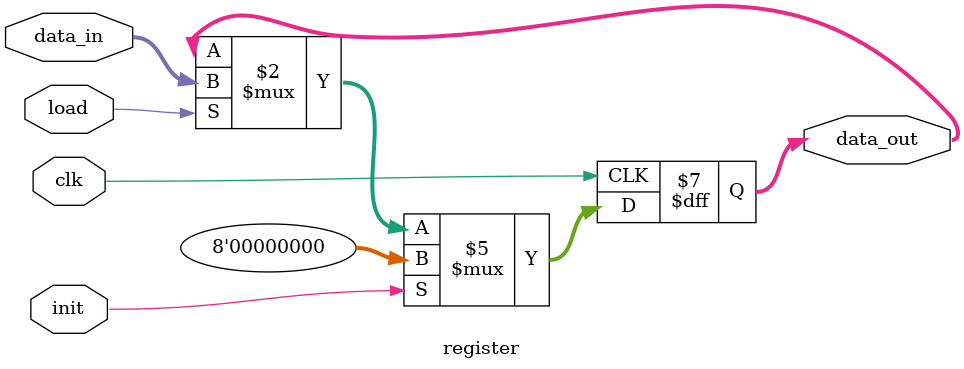
<source format=v>
module register #(parameter N = 8)(
    input clk,
    input init,
    input load,
    input [N-1:0] data_in,
    output reg [N-1:0] data_out
);
    always @(posedge clk) begin
        if(init)
            data_out <= 0;
        else if(load)
            data_out <= data_in;
    end
endmodule

</source>
